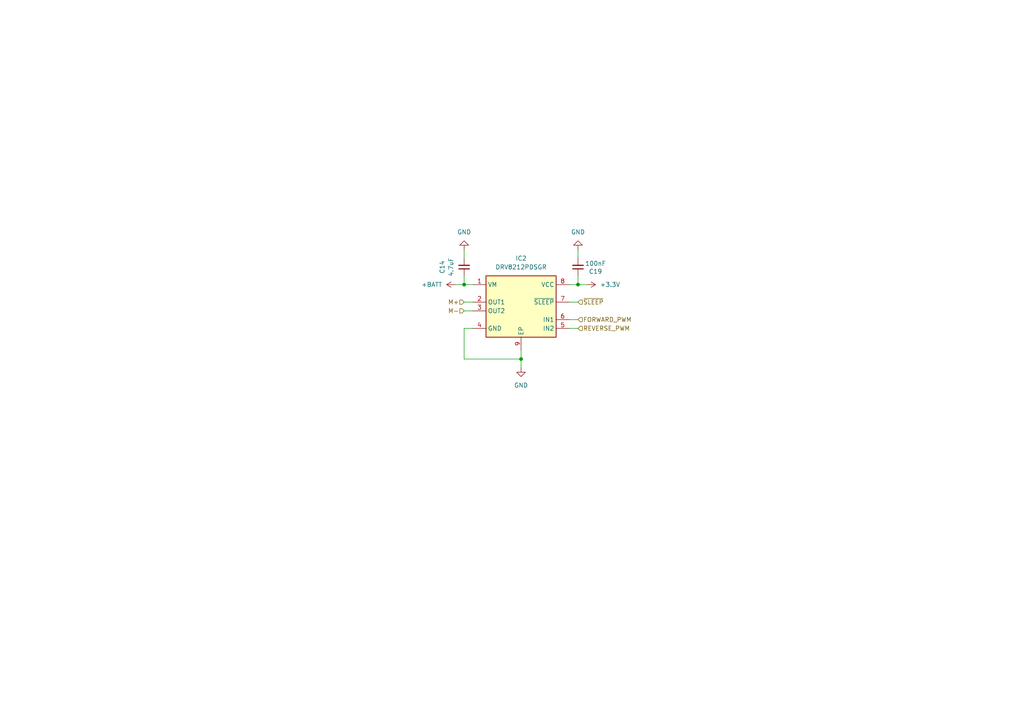
<source format=kicad_sch>
(kicad_sch (version 20230121) (generator eeschema)
  (paper "A4")
  (lib_symbols
    (symbol "Device:C_Small" (pin_numbers hide) (pin_names (offset 0.254) hide)
      (property "Reference" "C" (at 0.254 1.778 0))
      (property "Value" "C_Small" (at 0.254 -2.032 0))
      (symbol "C_Small_0_1"
        (polyline (pts (xy -1.524 -0.508) (xy 1.524 -0.508)) (stroke (width 0.3302)))
        (polyline (pts (xy -1.524 0.508) (xy 1.524 0.508)) (stroke (width 0.3048)))
      )
      (symbol "C_Small_1_1"
        (pin passive line (at 0 2.54 270) (length 2.032) (name "~") (number "1"))
        (pin passive line (at 0 -2.54 90) (length 2.032) (name "~") (number "2"))
      )
    )
    (symbol "Samacsys_kicad_sym:DRV8212PDSGR"
      (property "Reference" "IC" (at -6.35 13.97 0))
      (property "Value" "DRV8212PDSGR" (at -6.35 11.43 0))
      (symbol "DRV8212PDSGR_1_1"
        (rectangle (start -10.16 8.89) (end 10.16 -8.89) (stroke (width 0.254)) (fill (type background)))
        (pin passive line (at -13.97 6.35 0) (length 3.81) (name "VM") (number "1"))
        (pin passive line (at -13.97 1.27 0) (length 3.81) (name "OUT1") (number "2"))
        (pin passive line (at -13.97 -1.27 0) (length 3.81) (name "OUT2") (number "3"))
        (pin passive line (at -13.97 -6.35 0) (length 3.81) (name "GND") (number "4"))
        (pin passive line (at 13.97 -6.35 180) (length 3.81) (name "IN2") (number "5"))
        (pin passive line (at 13.97 -3.81 180) (length 3.81) (name "IN1") (number "6"))
        (pin passive line (at 13.97 1.27 180) (length 3.81) (name "~{SLEEP}") (number "7"))
        (pin passive line (at 13.97 6.35 180) (length 3.81) (name "VCC") (number "8"))
        (pin passive line (at 0 -12.7 90) (length 3.81) (name "EP") (number "9"))
      )
    )
    (symbol "power:+3.3V" (power) (pin_names (offset 0))
      (property "Value" "+3.3V" (at 0 3.556 0))
      (symbol "+3.3V_0_1"
        (polyline (pts (xy -0.762 1.27) (xy 0 2.54)))
        (polyline (pts (xy 0 0) (xy 0 2.54)))
        (polyline (pts (xy 0 2.54) (xy 0.762 1.27)))
      )
      (symbol "+3.3V_1_1"
        (pin power_in line (at 0 0 90) (length 0) hide (name "+3.3V") (number "1"))
      )
    )
    (symbol "power:+BATT" (power) (pin_names (offset 0))
      (property "Value" "+BATT" (at 0 3.556 0))
      (symbol "+BATT_0_1"
        (polyline (pts (xy -0.762 1.27) (xy 0 2.54)))
        (polyline (pts (xy 0 0) (xy 0 2.54)))
        (polyline (pts (xy 0 2.54) (xy 0.762 1.27)))
      )
      (symbol "+BATT_1_1"
        (pin power_in line (at 0 0 90) (length 0) hide (name "+BATT") (number "1"))
      )
    )
    (symbol "power:GND" (power) (pin_names (offset 0))
      (property "Value" "GND" (at 0 -3.81 0))
      (symbol "GND_0_1"
        (polyline (pts (xy 0 0) (xy 0 -1.27) (xy 1.27 -1.27) (xy 0 -2.54) (xy -1.27 -1.27) (xy 0 -1.27)))
      )
      (symbol "GND_1_1"
        (pin power_in line (at 0 0 270) (length 0) hide (name "GND") (number "1"))
      )
    )
  )
  (junction (at 167.64 82.55))
  (junction (at 134.62 82.55))
  (junction (at 151.13 104.14))
  (wire (pts (xy 134.62 95.25) (xy 134.62 104.14)))
  (wire (pts (xy 137.16 95.25) (xy 134.62 95.25)))
  (wire (pts (xy 134.62 104.14) (xy 151.13 104.14)))
  (wire (pts (xy 134.62 72.39) (xy 134.62 74.93)))
  (wire (pts (xy 134.62 80.01) (xy 134.62 82.55)))
  (wire (pts (xy 165.1 95.25) (xy 167.64 95.25)))
  (wire (pts (xy 132.08 82.55) (xy 134.62 82.55)))
  (wire (pts (xy 167.64 82.55) (xy 170.18 82.55)))
  (wire (pts (xy 134.62 82.55) (xy 137.16 82.55)))
  (wire (pts (xy 165.1 82.55) (xy 167.64 82.55)))
  (wire (pts (xy 151.13 104.14) (xy 151.13 101.6)))
  (wire (pts (xy 165.1 87.63) (xy 167.64 87.63)))
  (wire (pts (xy 134.62 87.63) (xy 137.16 87.63)))
  (wire (pts (xy 151.13 104.14) (xy 151.13 106.68)))
  (wire (pts (xy 134.62 90.17) (xy 137.16 90.17)))
  (wire (pts (xy 165.1 92.71) (xy 167.64 92.71)))
  (wire (pts (xy 167.64 80.01) (xy 167.64 82.55)))
  (wire (pts (xy 167.64 72.39) (xy 167.64 74.93)))
  (hierarchical_label "M-" (shape input) (at 134.62 90.17 180))
  (hierarchical_label "~{SLEEP}" (shape input) (at 167.64 87.63 0))
  (hierarchical_label "REVERSE_PWM" (shape input) (at 167.64 95.25 0))
  (hierarchical_label "FORWARD_PWM" (shape input) (at 167.64 92.71 0))
  (hierarchical_label "M+" (shape input) (at 134.62 87.63 180))
  (symbol (lib_id "Samacsys_kicad_sym:DRV8212PDSGR") (at 151.13 88.9 0) (unit 1)
    (property "Reference" "IC2" (at 151.13 74.93 0))
    (property "Value" "DRV8212PDSGR" (at 151.13 77.47 0))
    (property "Footprint" "Samacsys:SON50P200X200X80-9N" (effects hide))
    (property "Datasheet" "https://www.ti.com/jp/lit/ds/symlink/drv8212p.pdf?ts=1646210444424&ref_url=https%253A%252F%252Fwww.ti.com%252Fproduct%252Fja-jp%252FDRV8212P" (effects hide))
    (property "Height" "0.8" (effects hide))
    (property "Mouser Part Number" "595-DRV8212PDSGR" (effects hide))
    (property "Mouser Price/Stock" "https://www.mouser.co.uk/ProductDetail/Texas-Instruments/DRV8212PDSGR?qs=QNEnbhJQKvaacfB2XVypIQ%3D%3D" (effects hide))
    (property "Manufacturer_Name" "Texas Instruments" (effects hide))
    (property "Manufacturer_Part_Number" "DRV8212PDSGR" (effects hide))
    (instances (project "SmSemProject" (path "" (reference "IC2") (unit 1)) (path "" (reference "IC3") (unit 1))))
  )
  (symbol (lib_id "power:GND") (at 151.13 106.68 0) (unit 1)
    (property "Reference" "#PWR019" (effects hide))
    (property "Value" "GND" (at 151.13 111.76 0))
    (instances (project "SmSemProject" (path "" (reference "#PWR019") (unit 1)) (path "" (reference "#PWR024") (unit 1)) (path "" (reference "#PWR027") (unit 1))))
  )
  (symbol (lib_id "power:GND") (at 134.62 72.39 180) (unit 1)
    (property "Reference" "#PWR019" (effects hide))
    (property "Value" "GND" (at 134.62 67.31 0))
    (instances (project "SmSemProject" (path "" (reference "#PWR019") (unit 1)) (path "" (reference "#PWR015") (unit 1)) (path "" (reference "#PWR026") (unit 1))))
  )
  (symbol (lib_id "Device:C_Small") (at 167.64 77.47 0) (mirror x) (unit 1)
    (property "Reference" "C19" (at 172.72 78.74 0))
    (property "Value" "100nF" (at 172.72 76.4286 0))
    (property "Footprint" "Capacitor_SMD:C_0603_1608Metric" (effects hide))
    (property "Manufacturer_Name" "--" (effects hide))
    (property "Manufacturer_Part_Number" "--" (effects hide))
    (instances (project "SmSemProject" (path "" (reference "C19") (unit 1)) (path "" (reference "C23") (unit 1)) (path "" (reference "C19") (unit 1)) (path "" (reference "C25") (unit 1))) (project "PUTM_EV_BMS_HV_Master_2021" (path "" (reference "C19") (unit 1))))
  )
  (symbol (lib_id "Device:C_Small") (at 134.62 77.47 180) (unit 1)
    (property "Reference" "C14" (at 128.27 77.47 90))
    (property "Value" "4.7uF" (at 130.81 77.47 90))
    (property "Footprint" "Capacitor_SMD:C_0603_1608Metric" (effects hide))
    (property "Manufacturer_Name" "--" (effects hide))
    (property "Manufacturer_Part_Number" "--" (effects hide))
    (instances (project "SmSemProject" (path "" (reference "C14") (unit 1)) (path "" (reference "C18") (unit 1)) (path "" (reference "C24") (unit 1))) (project "PUTM_EV_BMS_HV_Master_2021" (path "" (reference "C43") (unit 1))))
  )
  (symbol (lib_id "power:+BATT") (at 132.08 82.55 90) (unit 1)
    (property "Reference" "#PWR01" (effects hide))
    (property "Value" "+BATT" (at 128.27 82.55 90) (effects (justify left)))
    (instances (project "SmSemProject" (path "" (reference "#PWR01") (unit 1)) (path "" (reference "#PWR016") (unit 1)) (path "" (reference "#PWR025") (unit 1))))
  )
  (symbol (lib_id "power:GND") (at 167.64 72.39 180) (unit 1)
    (property "Reference" "#PWR019" (effects hide))
    (property "Value" "GND" (at 167.64 67.31 0))
    (instances (project "SmSemProject" (path "" (reference "#PWR019") (unit 1)) (path "" (reference "#PWR018") (unit 1)) (path "" (reference "#PWR028") (unit 1))))
  )
  (symbol (lib_id "power:+3.3V") (at 170.18 82.55 270) (unit 1)
    (property "Reference" "#PWR06" (effects hide))
    (property "Value" "+3.3V" (at 173.99 82.55 90) (effects (justify left)))
    (instances (project "SmSemProject" (path "" (reference "#PWR06") (unit 1)) (path "" (reference "#PWR017") (unit 1)) (path "" (reference "#PWR022") (unit 1)) (path "" (reference "#PWR017") (unit 1)) (path "" (reference "#PWR029") (unit 1))))
  )
)
</source>
